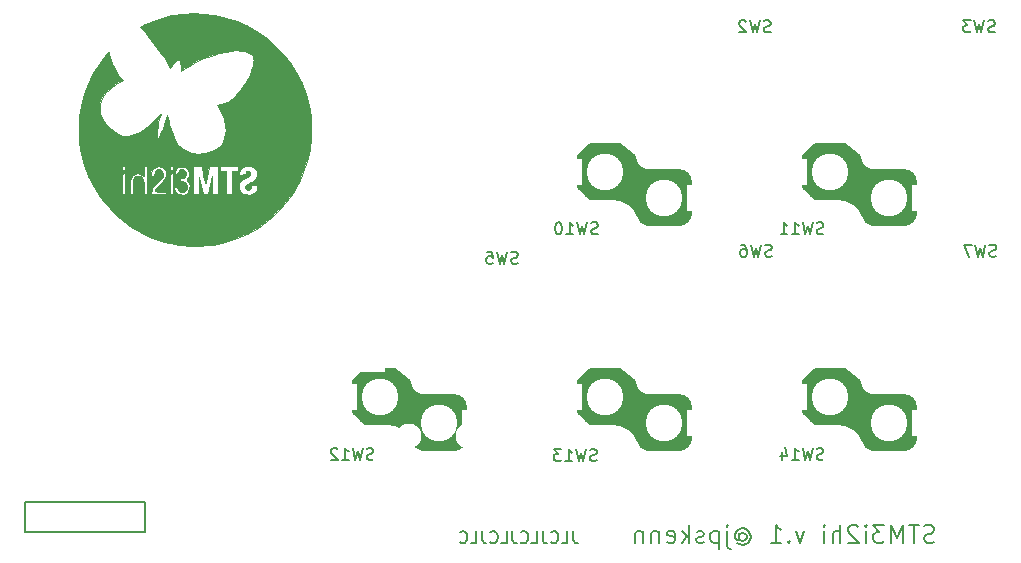
<source format=gbo>
G04 #@! TF.GenerationSoftware,KiCad,Pcbnew,(5.1.6-0-10_14)*
G04 #@! TF.CreationDate,2020-10-25T15:01:43+09:00*
G04 #@! TF.ProjectId,meishi_stm32,6d656973-6869-45f7-9374-6d33322e6b69,rev?*
G04 #@! TF.SameCoordinates,Original*
G04 #@! TF.FileFunction,Legend,Bot*
G04 #@! TF.FilePolarity,Positive*
%FSLAX46Y46*%
G04 Gerber Fmt 4.6, Leading zero omitted, Abs format (unit mm)*
G04 Created by KiCad (PCBNEW (5.1.6-0-10_14)) date 2020-10-25 15:01:43*
%MOMM*%
%LPD*%
G01*
G04 APERTURE LIST*
%ADD10C,0.150000*%
%ADD11C,0.010000*%
%ADD12R,1.802000X1.802000*%
%ADD13O,1.802000X1.802000*%
%ADD14R,2.102000X2.102000*%
%ADD15C,2.102000*%
%ADD16R,2.102000X3.302000*%
%ADD17C,2.302000*%
%ADD18C,0.802000*%
%ADD19O,2.502000X1.002000*%
%ADD20O,1.802000X1.002000*%
%ADD21R,1.902000X1.902000*%
%ADD22C,1.902000*%
%ADD23C,1.499000*%
%ADD24R,2.652000X2.602000*%
%ADD25C,1.852000*%
%ADD26C,3.102000*%
%ADD27C,4.089800*%
%ADD28C,1.302000*%
%ADD29O,2.302000X1.402000*%
%ADD30C,3.502000*%
%ADD31R,1.702000X2.302000*%
%ADD32C,1.102000*%
%ADD33C,1.702000*%
G04 APERTURE END LIST*
D10*
X112178571Y-79107142D02*
X111964285Y-79178571D01*
X111607142Y-79178571D01*
X111464285Y-79107142D01*
X111392857Y-79035714D01*
X111321428Y-78892857D01*
X111321428Y-78750000D01*
X111392857Y-78607142D01*
X111464285Y-78535714D01*
X111607142Y-78464285D01*
X111892857Y-78392857D01*
X112035714Y-78321428D01*
X112107142Y-78250000D01*
X112178571Y-78107142D01*
X112178571Y-77964285D01*
X112107142Y-77821428D01*
X112035714Y-77750000D01*
X111892857Y-77678571D01*
X111535714Y-77678571D01*
X111321428Y-77750000D01*
X110892857Y-77678571D02*
X110035714Y-77678571D01*
X110464285Y-79178571D02*
X110464285Y-77678571D01*
X109535714Y-79178571D02*
X109535714Y-77678571D01*
X109035714Y-78750000D01*
X108535714Y-77678571D01*
X108535714Y-79178571D01*
X107964285Y-77678571D02*
X107035714Y-77678571D01*
X107535714Y-78250000D01*
X107321428Y-78250000D01*
X107178571Y-78321428D01*
X107107142Y-78392857D01*
X107035714Y-78535714D01*
X107035714Y-78892857D01*
X107107142Y-79035714D01*
X107178571Y-79107142D01*
X107321428Y-79178571D01*
X107750000Y-79178571D01*
X107892857Y-79107142D01*
X107964285Y-79035714D01*
X106392857Y-79178571D02*
X106392857Y-78178571D01*
X106392857Y-77678571D02*
X106464285Y-77750000D01*
X106392857Y-77821428D01*
X106321428Y-77750000D01*
X106392857Y-77678571D01*
X106392857Y-77821428D01*
X105750000Y-77821428D02*
X105678571Y-77750000D01*
X105535714Y-77678571D01*
X105178571Y-77678571D01*
X105035714Y-77750000D01*
X104964285Y-77821428D01*
X104892857Y-77964285D01*
X104892857Y-78107142D01*
X104964285Y-78321428D01*
X105821428Y-79178571D01*
X104892857Y-79178571D01*
X104250000Y-79178571D02*
X104250000Y-77678571D01*
X103607142Y-79178571D02*
X103607142Y-78392857D01*
X103678571Y-78250000D01*
X103821428Y-78178571D01*
X104035714Y-78178571D01*
X104178571Y-78250000D01*
X104250000Y-78321428D01*
X102892857Y-79178571D02*
X102892857Y-78178571D01*
X102892857Y-77678571D02*
X102964285Y-77750000D01*
X102892857Y-77821428D01*
X102821428Y-77750000D01*
X102892857Y-77678571D01*
X102892857Y-77821428D01*
X101178571Y-78178571D02*
X100821428Y-79178571D01*
X100464285Y-78178571D01*
X99892857Y-79035714D02*
X99821428Y-79107142D01*
X99892857Y-79178571D01*
X99964285Y-79107142D01*
X99892857Y-79035714D01*
X99892857Y-79178571D01*
X98392857Y-79178571D02*
X99250000Y-79178571D01*
X98821428Y-79178571D02*
X98821428Y-77678571D01*
X98964285Y-77892857D01*
X99107142Y-78035714D01*
X99250000Y-78107142D01*
X95678571Y-78464285D02*
X95750000Y-78392857D01*
X95892857Y-78321428D01*
X96035714Y-78321428D01*
X96178571Y-78392857D01*
X96250000Y-78464285D01*
X96321428Y-78607142D01*
X96321428Y-78750000D01*
X96250000Y-78892857D01*
X96178571Y-78964285D01*
X96035714Y-79035714D01*
X95892857Y-79035714D01*
X95750000Y-78964285D01*
X95678571Y-78892857D01*
X95678571Y-78321428D02*
X95678571Y-78892857D01*
X95607142Y-78964285D01*
X95535714Y-78964285D01*
X95392857Y-78892857D01*
X95321428Y-78750000D01*
X95321428Y-78392857D01*
X95464285Y-78178571D01*
X95678571Y-78035714D01*
X95964285Y-77964285D01*
X96250000Y-78035714D01*
X96464285Y-78178571D01*
X96607142Y-78392857D01*
X96678571Y-78678571D01*
X96607142Y-78964285D01*
X96464285Y-79178571D01*
X96250000Y-79321428D01*
X95964285Y-79392857D01*
X95678571Y-79321428D01*
X95464285Y-79178571D01*
X94678571Y-78178571D02*
X94678571Y-79464285D01*
X94750000Y-79607142D01*
X94892857Y-79678571D01*
X94964285Y-79678571D01*
X94678571Y-77678571D02*
X94750000Y-77750000D01*
X94678571Y-77821428D01*
X94607142Y-77750000D01*
X94678571Y-77678571D01*
X94678571Y-77821428D01*
X93964285Y-78178571D02*
X93964285Y-79678571D01*
X93964285Y-78250000D02*
X93821428Y-78178571D01*
X93535714Y-78178571D01*
X93392857Y-78250000D01*
X93321428Y-78321428D01*
X93250000Y-78464285D01*
X93250000Y-78892857D01*
X93321428Y-79035714D01*
X93392857Y-79107142D01*
X93535714Y-79178571D01*
X93821428Y-79178571D01*
X93964285Y-79107142D01*
X92678571Y-79107142D02*
X92535714Y-79178571D01*
X92250000Y-79178571D01*
X92107142Y-79107142D01*
X92035714Y-78964285D01*
X92035714Y-78892857D01*
X92107142Y-78750000D01*
X92250000Y-78678571D01*
X92464285Y-78678571D01*
X92607142Y-78607142D01*
X92678571Y-78464285D01*
X92678571Y-78392857D01*
X92607142Y-78250000D01*
X92464285Y-78178571D01*
X92250000Y-78178571D01*
X92107142Y-78250000D01*
X91392857Y-79178571D02*
X91392857Y-77678571D01*
X91250000Y-78607142D02*
X90821428Y-79178571D01*
X90821428Y-78178571D02*
X91392857Y-78750000D01*
X89607142Y-79107142D02*
X89750000Y-79178571D01*
X90035714Y-79178571D01*
X90178571Y-79107142D01*
X90250000Y-78964285D01*
X90250000Y-78392857D01*
X90178571Y-78250000D01*
X90035714Y-78178571D01*
X89750000Y-78178571D01*
X89607142Y-78250000D01*
X89535714Y-78392857D01*
X89535714Y-78535714D01*
X90250000Y-78678571D01*
X88892857Y-78178571D02*
X88892857Y-79178571D01*
X88892857Y-78321428D02*
X88821428Y-78250000D01*
X88678571Y-78178571D01*
X88464285Y-78178571D01*
X88321428Y-78250000D01*
X88250000Y-78392857D01*
X88250000Y-79178571D01*
X87535714Y-78178571D02*
X87535714Y-79178571D01*
X87535714Y-78321428D02*
X87464285Y-78250000D01*
X87321428Y-78178571D01*
X87107142Y-78178571D01*
X86964285Y-78250000D01*
X86892857Y-78392857D01*
X86892857Y-79178571D01*
X81619047Y-78202380D02*
X81619047Y-78916666D01*
X81666666Y-79059523D01*
X81761904Y-79154761D01*
X81904761Y-79202380D01*
X82000000Y-79202380D01*
X80666666Y-79202380D02*
X81142857Y-79202380D01*
X81142857Y-78202380D01*
X79761904Y-79107142D02*
X79809523Y-79154761D01*
X79952380Y-79202380D01*
X80047619Y-79202380D01*
X80190476Y-79154761D01*
X80285714Y-79059523D01*
X80333333Y-78964285D01*
X80380952Y-78773809D01*
X80380952Y-78630952D01*
X80333333Y-78440476D01*
X80285714Y-78345238D01*
X80190476Y-78250000D01*
X80047619Y-78202380D01*
X79952380Y-78202380D01*
X79809523Y-78250000D01*
X79761904Y-78297619D01*
X79047619Y-78202380D02*
X79047619Y-78916666D01*
X79095238Y-79059523D01*
X79190476Y-79154761D01*
X79333333Y-79202380D01*
X79428571Y-79202380D01*
X78095238Y-79202380D02*
X78571428Y-79202380D01*
X78571428Y-78202380D01*
X77190476Y-79107142D02*
X77238095Y-79154761D01*
X77380952Y-79202380D01*
X77476190Y-79202380D01*
X77619047Y-79154761D01*
X77714285Y-79059523D01*
X77761904Y-78964285D01*
X77809523Y-78773809D01*
X77809523Y-78630952D01*
X77761904Y-78440476D01*
X77714285Y-78345238D01*
X77619047Y-78250000D01*
X77476190Y-78202380D01*
X77380952Y-78202380D01*
X77238095Y-78250000D01*
X77190476Y-78297619D01*
X76476190Y-78202380D02*
X76476190Y-78916666D01*
X76523809Y-79059523D01*
X76619047Y-79154761D01*
X76761904Y-79202380D01*
X76857142Y-79202380D01*
X75523809Y-79202380D02*
X76000000Y-79202380D01*
X76000000Y-78202380D01*
X74619047Y-79107142D02*
X74666666Y-79154761D01*
X74809523Y-79202380D01*
X74904761Y-79202380D01*
X75047619Y-79154761D01*
X75142857Y-79059523D01*
X75190476Y-78964285D01*
X75238095Y-78773809D01*
X75238095Y-78630952D01*
X75190476Y-78440476D01*
X75142857Y-78345238D01*
X75047619Y-78250000D01*
X74904761Y-78202380D01*
X74809523Y-78202380D01*
X74666666Y-78250000D01*
X74619047Y-78297619D01*
X73904761Y-78202380D02*
X73904761Y-78916666D01*
X73952380Y-79059523D01*
X74047619Y-79154761D01*
X74190476Y-79202380D01*
X74285714Y-79202380D01*
X72952380Y-79202380D02*
X73428571Y-79202380D01*
X73428571Y-78202380D01*
X72047619Y-79107142D02*
X72095238Y-79154761D01*
X72238095Y-79202380D01*
X72333333Y-79202380D01*
X72476190Y-79154761D01*
X72571428Y-79059523D01*
X72619047Y-78964285D01*
X72666666Y-78773809D01*
X72666666Y-78630952D01*
X72619047Y-78440476D01*
X72571428Y-78345238D01*
X72476190Y-78250000D01*
X72333333Y-78202380D01*
X72238095Y-78202380D01*
X72095238Y-78250000D01*
X72047619Y-78297619D01*
X35230000Y-78270000D02*
X35230000Y-75730000D01*
X45390000Y-78270000D02*
X35230000Y-78270000D01*
X45390000Y-75730000D02*
X45390000Y-78270000D01*
X35230000Y-75730000D02*
X45390000Y-75730000D01*
X91447250Y-51703310D02*
X91447250Y-48153310D01*
X91347250Y-51853310D02*
X91347250Y-48103310D01*
X91247250Y-51953310D02*
X91247250Y-48003310D01*
X91147250Y-52053310D02*
X91147250Y-47853310D01*
X90997250Y-52153310D02*
X90997250Y-47753310D01*
X90847250Y-52203310D02*
X90847250Y-47703310D01*
X90697250Y-52253310D02*
X90697250Y-47703310D01*
X90547250Y-52253310D02*
X90547250Y-47653310D01*
X90397250Y-52253310D02*
X90397250Y-47653310D01*
X90247250Y-52253310D02*
X90247250Y-47653310D01*
X90097250Y-52253310D02*
X90097250Y-47653310D01*
X89947250Y-52253310D02*
X89947250Y-47653310D01*
X89797250Y-52253310D02*
X89797250Y-47653310D01*
X89647250Y-52253310D02*
X89647250Y-47653310D01*
X89497250Y-52253310D02*
X89497250Y-47653310D01*
X89347250Y-52253310D02*
X89347250Y-47653310D01*
X89197250Y-52253310D02*
X89197250Y-47653310D01*
X89047250Y-52253310D02*
X89047250Y-47653310D01*
X88897250Y-52253310D02*
X88897250Y-47653310D01*
X88747250Y-52253310D02*
X88747250Y-47653310D01*
X88597250Y-52253310D02*
X88597250Y-47653310D01*
X88447250Y-52253310D02*
X88447250Y-47653310D01*
X88297250Y-52253310D02*
X88297250Y-47653310D01*
X88147250Y-52253310D02*
X88147250Y-47703310D01*
X87997250Y-52253310D02*
X87997250Y-47653310D01*
X87847250Y-52253310D02*
X87847250Y-47653310D01*
X87697250Y-52203310D02*
X87697250Y-47653310D01*
X87547250Y-52103310D02*
X87547250Y-47553310D01*
X87397250Y-52003310D02*
X87397250Y-47503310D01*
X87297250Y-51853310D02*
X87297250Y-47453310D01*
X87197250Y-51603310D02*
X87197250Y-47403310D01*
X87097250Y-51453310D02*
X87097250Y-47303310D01*
X86997250Y-51253310D02*
X86997250Y-47103310D01*
X86897250Y-51103310D02*
X86897250Y-46953310D01*
X86797250Y-50903310D02*
X86797250Y-46453310D01*
X86647250Y-50753310D02*
X86647250Y-46303310D01*
X86497250Y-50603310D02*
X86497250Y-46203310D01*
X86347250Y-50503310D02*
X86347250Y-46103310D01*
X86197250Y-50403310D02*
X86197250Y-45953310D01*
X86047250Y-50303310D02*
X86047250Y-45853310D01*
X85897250Y-50253310D02*
X85897250Y-45703310D01*
X85747250Y-50153310D02*
X85747250Y-45603310D01*
X85597250Y-50103310D02*
X85597250Y-45503310D01*
X85447250Y-50103310D02*
X85447250Y-45453310D01*
X85297250Y-50103310D02*
X85297250Y-45453310D01*
X85147250Y-50053310D02*
X85147250Y-45503310D01*
X84997250Y-50053310D02*
X84997250Y-45453310D01*
X84847250Y-50053310D02*
X84847250Y-45453310D01*
X84697250Y-50053310D02*
X84697250Y-45453310D01*
X84547250Y-50053310D02*
X84547250Y-45453310D01*
X84397250Y-50053310D02*
X84397250Y-45453310D01*
X84247250Y-50053310D02*
X84247250Y-45453310D01*
X84097250Y-50053310D02*
X84097250Y-45453310D01*
X83947250Y-50053310D02*
X83947250Y-45453310D01*
X83797250Y-50053310D02*
X83797250Y-45453310D01*
X83647250Y-50053310D02*
X83647250Y-45453310D01*
X83497250Y-50053310D02*
X83497250Y-45453310D01*
X83347250Y-50053310D02*
X83347250Y-45453310D01*
X83197250Y-50053310D02*
X83197250Y-45453310D01*
X83047250Y-50053310D02*
X83047250Y-45453310D01*
X82897250Y-49903310D02*
X82897250Y-45553310D01*
X82747250Y-49803310D02*
X82747250Y-45703310D01*
X82597250Y-49653310D02*
X82597250Y-45853310D01*
X82447250Y-49503310D02*
X82447250Y-46003310D01*
X82297250Y-49303310D02*
X82297250Y-46153310D01*
X82147250Y-49203310D02*
X82147250Y-46303310D01*
X85572250Y-45428310D02*
X86847250Y-46453310D01*
X81997250Y-46453310D02*
X83022250Y-45428310D01*
X81997250Y-49053310D02*
X83022250Y-50078310D01*
X81997250Y-46453310D02*
X81997250Y-49053310D01*
X91597250Y-48628310D02*
X91597250Y-51278310D01*
X84997250Y-50078310D02*
X83022250Y-50078310D01*
X85572250Y-45428310D02*
X83022250Y-45428310D01*
X90597250Y-47628310D02*
X88022250Y-47628310D01*
X90597250Y-52278310D02*
X87997250Y-52278310D01*
X86847250Y-46453310D02*
G75*
G03*
X88022250Y-47628310I1175000J0D01*
G01*
X87135051Y-51575214D02*
G75*
G03*
X84997250Y-50078310I-2137801J-778096D01*
G01*
X91597250Y-48628310D02*
G75*
G03*
X90597250Y-47628310I-1000000J0D01*
G01*
X91597250Y-51278310D02*
G75*
G02*
X90597250Y-52278310I-1000000J0D01*
G01*
X87996255Y-52277101D02*
G75*
G02*
X87135051Y-51575214I38796J926887D01*
G01*
X109647330Y-52278310D02*
X107047330Y-52278310D01*
X109647330Y-47628310D02*
X107072330Y-47628310D01*
X104622330Y-45428310D02*
X102072330Y-45428310D01*
X104047330Y-50078310D02*
X102072330Y-50078310D01*
X110647330Y-48628310D02*
X110647330Y-51278310D01*
X101047330Y-46453310D02*
X101047330Y-49053310D01*
X101047330Y-49053310D02*
X102072330Y-50078310D01*
X101047330Y-46453310D02*
X102072330Y-45428310D01*
X104622330Y-45428310D02*
X105897330Y-46453310D01*
X101197330Y-49203310D02*
X101197330Y-46303310D01*
X101347330Y-49303310D02*
X101347330Y-46153310D01*
X101497330Y-49503310D02*
X101497330Y-46003310D01*
X101647330Y-49653310D02*
X101647330Y-45853310D01*
X101797330Y-49803310D02*
X101797330Y-45703310D01*
X101947330Y-49903310D02*
X101947330Y-45553310D01*
X102097330Y-50053310D02*
X102097330Y-45453310D01*
X102247330Y-50053310D02*
X102247330Y-45453310D01*
X102397330Y-50053310D02*
X102397330Y-45453310D01*
X102547330Y-50053310D02*
X102547330Y-45453310D01*
X102697330Y-50053310D02*
X102697330Y-45453310D01*
X102847330Y-50053310D02*
X102847330Y-45453310D01*
X102997330Y-50053310D02*
X102997330Y-45453310D01*
X103147330Y-50053310D02*
X103147330Y-45453310D01*
X103297330Y-50053310D02*
X103297330Y-45453310D01*
X103447330Y-50053310D02*
X103447330Y-45453310D01*
X103597330Y-50053310D02*
X103597330Y-45453310D01*
X103747330Y-50053310D02*
X103747330Y-45453310D01*
X103897330Y-50053310D02*
X103897330Y-45453310D01*
X104047330Y-50053310D02*
X104047330Y-45453310D01*
X104197330Y-50053310D02*
X104197330Y-45503310D01*
X104347330Y-50103310D02*
X104347330Y-45453310D01*
X104497330Y-50103310D02*
X104497330Y-45453310D01*
X104647330Y-50103310D02*
X104647330Y-45503310D01*
X104797330Y-50153310D02*
X104797330Y-45603310D01*
X104947330Y-50253310D02*
X104947330Y-45703310D01*
X105097330Y-50303310D02*
X105097330Y-45853310D01*
X105247330Y-50403310D02*
X105247330Y-45953310D01*
X105397330Y-50503310D02*
X105397330Y-46103310D01*
X105547330Y-50603310D02*
X105547330Y-46203310D01*
X105697330Y-50753310D02*
X105697330Y-46303310D01*
X105847330Y-50903310D02*
X105847330Y-46453310D01*
X105947330Y-51103310D02*
X105947330Y-46953310D01*
X106047330Y-51253310D02*
X106047330Y-47103310D01*
X106147330Y-51453310D02*
X106147330Y-47303310D01*
X106247330Y-51603310D02*
X106247330Y-47403310D01*
X106347330Y-51853310D02*
X106347330Y-47453310D01*
X106447330Y-52003310D02*
X106447330Y-47503310D01*
X106597330Y-52103310D02*
X106597330Y-47553310D01*
X106747330Y-52203310D02*
X106747330Y-47653310D01*
X106897330Y-52253310D02*
X106897330Y-47653310D01*
X107047330Y-52253310D02*
X107047330Y-47653310D01*
X107197330Y-52253310D02*
X107197330Y-47703310D01*
X107347330Y-52253310D02*
X107347330Y-47653310D01*
X107497330Y-52253310D02*
X107497330Y-47653310D01*
X107647330Y-52253310D02*
X107647330Y-47653310D01*
X107797330Y-52253310D02*
X107797330Y-47653310D01*
X107947330Y-52253310D02*
X107947330Y-47653310D01*
X108097330Y-52253310D02*
X108097330Y-47653310D01*
X108247330Y-52253310D02*
X108247330Y-47653310D01*
X108397330Y-52253310D02*
X108397330Y-47653310D01*
X108547330Y-52253310D02*
X108547330Y-47653310D01*
X108697330Y-52253310D02*
X108697330Y-47653310D01*
X108847330Y-52253310D02*
X108847330Y-47653310D01*
X108997330Y-52253310D02*
X108997330Y-47653310D01*
X109147330Y-52253310D02*
X109147330Y-47653310D01*
X109297330Y-52253310D02*
X109297330Y-47653310D01*
X109447330Y-52253310D02*
X109447330Y-47653310D01*
X109597330Y-52253310D02*
X109597330Y-47653310D01*
X109747330Y-52253310D02*
X109747330Y-47703310D01*
X109897330Y-52203310D02*
X109897330Y-47703310D01*
X110047330Y-52153310D02*
X110047330Y-47753310D01*
X110197330Y-52053310D02*
X110197330Y-47853310D01*
X110297330Y-51953310D02*
X110297330Y-48003310D01*
X110397330Y-51853310D02*
X110397330Y-48103310D01*
X110497330Y-51703310D02*
X110497330Y-48153310D01*
X107046335Y-52277101D02*
G75*
G02*
X106185131Y-51575214I38796J926887D01*
G01*
X110647330Y-51278310D02*
G75*
G02*
X109647330Y-52278310I-1000000J0D01*
G01*
X110647330Y-48628310D02*
G75*
G03*
X109647330Y-47628310I-1000000J0D01*
G01*
X106185131Y-51575214D02*
G75*
G03*
X104047330Y-50078310I-2137801J-778096D01*
G01*
X105897330Y-46453310D02*
G75*
G03*
X107072330Y-47628310I1175000J0D01*
G01*
X71547170Y-71328390D02*
X68947170Y-71328390D01*
X71547170Y-66678390D02*
X68972170Y-66678390D01*
X66522170Y-64478390D02*
X63972170Y-64478390D01*
X65947170Y-69128390D02*
X63972170Y-69128390D01*
X72547170Y-67678390D02*
X72547170Y-70328390D01*
X62947170Y-65503390D02*
X62947170Y-68103390D01*
X62947170Y-68103390D02*
X63972170Y-69128390D01*
X62947170Y-65503390D02*
X63972170Y-64478390D01*
X66522170Y-64478390D02*
X67797170Y-65503390D01*
X63097170Y-68253390D02*
X63097170Y-65353390D01*
X63247170Y-68353390D02*
X63247170Y-65203390D01*
X63397170Y-68553390D02*
X63397170Y-65053390D01*
X63547170Y-68703390D02*
X63547170Y-64903390D01*
X63697170Y-68853390D02*
X63697170Y-64753390D01*
X63847170Y-68953390D02*
X63847170Y-64603390D01*
X63997170Y-69103390D02*
X63997170Y-64503390D01*
X64147170Y-69103390D02*
X64147170Y-64503390D01*
X64297170Y-69103390D02*
X64297170Y-64503390D01*
X64447170Y-69103390D02*
X64447170Y-64503390D01*
X64597170Y-69103390D02*
X64597170Y-64503390D01*
X64747170Y-69103390D02*
X64747170Y-64503390D01*
X64897170Y-69103390D02*
X64897170Y-64503390D01*
X65047170Y-69103390D02*
X65047170Y-64503390D01*
X65197170Y-69103390D02*
X65197170Y-64503390D01*
X65347170Y-69103390D02*
X65347170Y-64503390D01*
X65497170Y-69103390D02*
X65497170Y-64503390D01*
X65647170Y-69103390D02*
X65647170Y-64503390D01*
X65797170Y-69103390D02*
X65797170Y-64503390D01*
X65947170Y-69103390D02*
X65947170Y-64503390D01*
X66097170Y-69103390D02*
X66097170Y-64553390D01*
X66247170Y-69153390D02*
X66247170Y-64503390D01*
X66397170Y-69153390D02*
X66397170Y-64503390D01*
X66547170Y-69153390D02*
X66547170Y-64553390D01*
X66697170Y-69203390D02*
X66697170Y-64653390D01*
X66847170Y-69303390D02*
X66847170Y-64753390D01*
X66997170Y-69353390D02*
X66997170Y-64903390D01*
X67147170Y-69453390D02*
X67147170Y-65003390D01*
X67297170Y-69553390D02*
X67297170Y-65153390D01*
X67447170Y-69653390D02*
X67447170Y-65253390D01*
X67597170Y-69803390D02*
X67597170Y-65353390D01*
X67747170Y-69953390D02*
X67747170Y-65503390D01*
X67847170Y-70153390D02*
X67847170Y-66003390D01*
X67947170Y-70303390D02*
X67947170Y-66153390D01*
X68047170Y-70503390D02*
X68047170Y-66353390D01*
X68147170Y-70653390D02*
X68147170Y-66453390D01*
X68247170Y-70903390D02*
X68247170Y-66503390D01*
X68347170Y-71053390D02*
X68347170Y-66553390D01*
X68497170Y-71153390D02*
X68497170Y-66603390D01*
X68647170Y-71253390D02*
X68647170Y-66703390D01*
X68797170Y-71303390D02*
X68797170Y-66703390D01*
X68947170Y-71303390D02*
X68947170Y-66703390D01*
X69097170Y-71303390D02*
X69097170Y-66753390D01*
X69247170Y-71303390D02*
X69247170Y-66703390D01*
X69397170Y-71303390D02*
X69397170Y-66703390D01*
X69547170Y-71303390D02*
X69547170Y-66703390D01*
X69697170Y-71303390D02*
X69697170Y-66703390D01*
X69847170Y-71303390D02*
X69847170Y-66703390D01*
X69997170Y-71303390D02*
X69997170Y-66703390D01*
X70147170Y-71303390D02*
X70147170Y-66703390D01*
X70297170Y-71303390D02*
X70297170Y-66703390D01*
X70447170Y-71303390D02*
X70447170Y-66703390D01*
X70597170Y-71303390D02*
X70597170Y-66703390D01*
X70747170Y-71303390D02*
X70747170Y-66703390D01*
X70897170Y-71303390D02*
X70897170Y-66703390D01*
X71047170Y-71303390D02*
X71047170Y-66703390D01*
X71197170Y-71303390D02*
X71197170Y-66703390D01*
X71347170Y-71303390D02*
X71347170Y-66703390D01*
X71497170Y-71303390D02*
X71497170Y-66703390D01*
X71647170Y-71303390D02*
X71647170Y-66753390D01*
X71797170Y-71253390D02*
X71797170Y-66753390D01*
X71947170Y-71203390D02*
X71947170Y-66803390D01*
X72097170Y-71103390D02*
X72097170Y-66903390D01*
X72197170Y-71003390D02*
X72197170Y-67053390D01*
X72297170Y-70903390D02*
X72297170Y-67153390D01*
X72397170Y-70753390D02*
X72397170Y-67203390D01*
X68946175Y-71327181D02*
G75*
G02*
X68084971Y-70625294I38796J926887D01*
G01*
X72547170Y-70328390D02*
G75*
G02*
X71547170Y-71328390I-1000000J0D01*
G01*
X72547170Y-67678390D02*
G75*
G03*
X71547170Y-66678390I-1000000J0D01*
G01*
X68084971Y-70625294D02*
G75*
G03*
X65947170Y-69128390I-2137801J-778096D01*
G01*
X67797170Y-65503390D02*
G75*
G03*
X68972170Y-66678390I1175000J0D01*
G01*
X90597250Y-71328390D02*
X87997250Y-71328390D01*
X90597250Y-66678390D02*
X88022250Y-66678390D01*
X85572250Y-64478390D02*
X83022250Y-64478390D01*
X84997250Y-69128390D02*
X83022250Y-69128390D01*
X91597250Y-67678390D02*
X91597250Y-70328390D01*
X81997250Y-65503390D02*
X81997250Y-68103390D01*
X81997250Y-68103390D02*
X83022250Y-69128390D01*
X81997250Y-65503390D02*
X83022250Y-64478390D01*
X85572250Y-64478390D02*
X86847250Y-65503390D01*
X82147250Y-68253390D02*
X82147250Y-65353390D01*
X82297250Y-68353390D02*
X82297250Y-65203390D01*
X82447250Y-68553390D02*
X82447250Y-65053390D01*
X82597250Y-68703390D02*
X82597250Y-64903390D01*
X82747250Y-68853390D02*
X82747250Y-64753390D01*
X82897250Y-68953390D02*
X82897250Y-64603390D01*
X83047250Y-69103390D02*
X83047250Y-64503390D01*
X83197250Y-69103390D02*
X83197250Y-64503390D01*
X83347250Y-69103390D02*
X83347250Y-64503390D01*
X83497250Y-69103390D02*
X83497250Y-64503390D01*
X83647250Y-69103390D02*
X83647250Y-64503390D01*
X83797250Y-69103390D02*
X83797250Y-64503390D01*
X83947250Y-69103390D02*
X83947250Y-64503390D01*
X84097250Y-69103390D02*
X84097250Y-64503390D01*
X84247250Y-69103390D02*
X84247250Y-64503390D01*
X84397250Y-69103390D02*
X84397250Y-64503390D01*
X84547250Y-69103390D02*
X84547250Y-64503390D01*
X84697250Y-69103390D02*
X84697250Y-64503390D01*
X84847250Y-69103390D02*
X84847250Y-64503390D01*
X84997250Y-69103390D02*
X84997250Y-64503390D01*
X85147250Y-69103390D02*
X85147250Y-64553390D01*
X85297250Y-69153390D02*
X85297250Y-64503390D01*
X85447250Y-69153390D02*
X85447250Y-64503390D01*
X85597250Y-69153390D02*
X85597250Y-64553390D01*
X85747250Y-69203390D02*
X85747250Y-64653390D01*
X85897250Y-69303390D02*
X85897250Y-64753390D01*
X86047250Y-69353390D02*
X86047250Y-64903390D01*
X86197250Y-69453390D02*
X86197250Y-65003390D01*
X86347250Y-69553390D02*
X86347250Y-65153390D01*
X86497250Y-69653390D02*
X86497250Y-65253390D01*
X86647250Y-69803390D02*
X86647250Y-65353390D01*
X86797250Y-69953390D02*
X86797250Y-65503390D01*
X86897250Y-70153390D02*
X86897250Y-66003390D01*
X86997250Y-70303390D02*
X86997250Y-66153390D01*
X87097250Y-70503390D02*
X87097250Y-66353390D01*
X87197250Y-70653390D02*
X87197250Y-66453390D01*
X87297250Y-70903390D02*
X87297250Y-66503390D01*
X87397250Y-71053390D02*
X87397250Y-66553390D01*
X87547250Y-71153390D02*
X87547250Y-66603390D01*
X87697250Y-71253390D02*
X87697250Y-66703390D01*
X87847250Y-71303390D02*
X87847250Y-66703390D01*
X87997250Y-71303390D02*
X87997250Y-66703390D01*
X88147250Y-71303390D02*
X88147250Y-66753390D01*
X88297250Y-71303390D02*
X88297250Y-66703390D01*
X88447250Y-71303390D02*
X88447250Y-66703390D01*
X88597250Y-71303390D02*
X88597250Y-66703390D01*
X88747250Y-71303390D02*
X88747250Y-66703390D01*
X88897250Y-71303390D02*
X88897250Y-66703390D01*
X89047250Y-71303390D02*
X89047250Y-66703390D01*
X89197250Y-71303390D02*
X89197250Y-66703390D01*
X89347250Y-71303390D02*
X89347250Y-66703390D01*
X89497250Y-71303390D02*
X89497250Y-66703390D01*
X89647250Y-71303390D02*
X89647250Y-66703390D01*
X89797250Y-71303390D02*
X89797250Y-66703390D01*
X89947250Y-71303390D02*
X89947250Y-66703390D01*
X90097250Y-71303390D02*
X90097250Y-66703390D01*
X90247250Y-71303390D02*
X90247250Y-66703390D01*
X90397250Y-71303390D02*
X90397250Y-66703390D01*
X90547250Y-71303390D02*
X90547250Y-66703390D01*
X90697250Y-71303390D02*
X90697250Y-66753390D01*
X90847250Y-71253390D02*
X90847250Y-66753390D01*
X90997250Y-71203390D02*
X90997250Y-66803390D01*
X91147250Y-71103390D02*
X91147250Y-66903390D01*
X91247250Y-71003390D02*
X91247250Y-67053390D01*
X91347250Y-70903390D02*
X91347250Y-67153390D01*
X91447250Y-70753390D02*
X91447250Y-67203390D01*
X87996255Y-71327181D02*
G75*
G02*
X87135051Y-70625294I38796J926887D01*
G01*
X91597250Y-70328390D02*
G75*
G02*
X90597250Y-71328390I-1000000J0D01*
G01*
X91597250Y-67678390D02*
G75*
G03*
X90597250Y-66678390I-1000000J0D01*
G01*
X87135051Y-70625294D02*
G75*
G03*
X84997250Y-69128390I-2137801J-778096D01*
G01*
X86847250Y-65503390D02*
G75*
G03*
X88022250Y-66678390I1175000J0D01*
G01*
X110497330Y-70753390D02*
X110497330Y-67203390D01*
X110397330Y-70903390D02*
X110397330Y-67153390D01*
X110297330Y-71003390D02*
X110297330Y-67053390D01*
X110197330Y-71103390D02*
X110197330Y-66903390D01*
X110047330Y-71203390D02*
X110047330Y-66803390D01*
X109897330Y-71253390D02*
X109897330Y-66753390D01*
X109747330Y-71303390D02*
X109747330Y-66753390D01*
X109597330Y-71303390D02*
X109597330Y-66703390D01*
X109447330Y-71303390D02*
X109447330Y-66703390D01*
X109297330Y-71303390D02*
X109297330Y-66703390D01*
X109147330Y-71303390D02*
X109147330Y-66703390D01*
X108997330Y-71303390D02*
X108997330Y-66703390D01*
X108847330Y-71303390D02*
X108847330Y-66703390D01*
X108697330Y-71303390D02*
X108697330Y-66703390D01*
X108547330Y-71303390D02*
X108547330Y-66703390D01*
X108397330Y-71303390D02*
X108397330Y-66703390D01*
X108247330Y-71303390D02*
X108247330Y-66703390D01*
X108097330Y-71303390D02*
X108097330Y-66703390D01*
X107947330Y-71303390D02*
X107947330Y-66703390D01*
X107797330Y-71303390D02*
X107797330Y-66703390D01*
X107647330Y-71303390D02*
X107647330Y-66703390D01*
X107497330Y-71303390D02*
X107497330Y-66703390D01*
X107347330Y-71303390D02*
X107347330Y-66703390D01*
X107197330Y-71303390D02*
X107197330Y-66753390D01*
X107047330Y-71303390D02*
X107047330Y-66703390D01*
X106897330Y-71303390D02*
X106897330Y-66703390D01*
X106747330Y-71253390D02*
X106747330Y-66703390D01*
X106597330Y-71153390D02*
X106597330Y-66603390D01*
X106447330Y-71053390D02*
X106447330Y-66553390D01*
X106347330Y-70903390D02*
X106347330Y-66503390D01*
X106247330Y-70653390D02*
X106247330Y-66453390D01*
X106147330Y-70503390D02*
X106147330Y-66353390D01*
X106047330Y-70303390D02*
X106047330Y-66153390D01*
X105947330Y-70153390D02*
X105947330Y-66003390D01*
X105847330Y-69953390D02*
X105847330Y-65503390D01*
X105697330Y-69803390D02*
X105697330Y-65353390D01*
X105547330Y-69653390D02*
X105547330Y-65253390D01*
X105397330Y-69553390D02*
X105397330Y-65153390D01*
X105247330Y-69453390D02*
X105247330Y-65003390D01*
X105097330Y-69353390D02*
X105097330Y-64903390D01*
X104947330Y-69303390D02*
X104947330Y-64753390D01*
X104797330Y-69203390D02*
X104797330Y-64653390D01*
X104647330Y-69153390D02*
X104647330Y-64553390D01*
X104497330Y-69153390D02*
X104497330Y-64503390D01*
X104347330Y-69153390D02*
X104347330Y-64503390D01*
X104197330Y-69103390D02*
X104197330Y-64553390D01*
X104047330Y-69103390D02*
X104047330Y-64503390D01*
X103897330Y-69103390D02*
X103897330Y-64503390D01*
X103747330Y-69103390D02*
X103747330Y-64503390D01*
X103597330Y-69103390D02*
X103597330Y-64503390D01*
X103447330Y-69103390D02*
X103447330Y-64503390D01*
X103297330Y-69103390D02*
X103297330Y-64503390D01*
X103147330Y-69103390D02*
X103147330Y-64503390D01*
X102997330Y-69103390D02*
X102997330Y-64503390D01*
X102847330Y-69103390D02*
X102847330Y-64503390D01*
X102697330Y-69103390D02*
X102697330Y-64503390D01*
X102547330Y-69103390D02*
X102547330Y-64503390D01*
X102397330Y-69103390D02*
X102397330Y-64503390D01*
X102247330Y-69103390D02*
X102247330Y-64503390D01*
X102097330Y-69103390D02*
X102097330Y-64503390D01*
X101947330Y-68953390D02*
X101947330Y-64603390D01*
X101797330Y-68853390D02*
X101797330Y-64753390D01*
X101647330Y-68703390D02*
X101647330Y-64903390D01*
X101497330Y-68553390D02*
X101497330Y-65053390D01*
X101347330Y-68353390D02*
X101347330Y-65203390D01*
X101197330Y-68253390D02*
X101197330Y-65353390D01*
X104622330Y-64478390D02*
X105897330Y-65503390D01*
X101047330Y-65503390D02*
X102072330Y-64478390D01*
X101047330Y-68103390D02*
X102072330Y-69128390D01*
X101047330Y-65503390D02*
X101047330Y-68103390D01*
X110647330Y-67678390D02*
X110647330Y-70328390D01*
X104047330Y-69128390D02*
X102072330Y-69128390D01*
X104622330Y-64478390D02*
X102072330Y-64478390D01*
X109647330Y-66678390D02*
X107072330Y-66678390D01*
X109647330Y-71328390D02*
X107047330Y-71328390D01*
X105897330Y-65503390D02*
G75*
G03*
X107072330Y-66678390I1175000J0D01*
G01*
X106185131Y-70625294D02*
G75*
G03*
X104047330Y-69128390I-2137801J-778096D01*
G01*
X110647330Y-67678390D02*
G75*
G03*
X109647330Y-66678390I-1000000J0D01*
G01*
X110647330Y-70328390D02*
G75*
G02*
X109647330Y-71328390I-1000000J0D01*
G01*
X107046335Y-71327181D02*
G75*
G02*
X106185131Y-70625294I38796J926887D01*
G01*
D11*
G36*
X48617825Y-34403033D02*
G01*
X47685609Y-34532151D01*
X46785999Y-34752012D01*
X45901645Y-35066435D01*
X45413897Y-35281797D01*
X44944215Y-35503223D01*
X45179451Y-35747506D01*
X45358428Y-35945113D01*
X45572097Y-36200001D01*
X45810557Y-36498534D01*
X46063909Y-36827077D01*
X46322251Y-37171992D01*
X46575684Y-37519645D01*
X46814308Y-37856398D01*
X47028222Y-38168616D01*
X47207526Y-38442663D01*
X47342320Y-38664901D01*
X47422704Y-38821696D01*
X47434676Y-38853766D01*
X47489745Y-38947187D01*
X47551530Y-38936358D01*
X47594828Y-38852343D01*
X47679624Y-38694403D01*
X47821725Y-38525021D01*
X47984847Y-38384510D01*
X48054040Y-38342161D01*
X48163930Y-38294748D01*
X48230837Y-38313919D01*
X48299640Y-38405474D01*
X48358975Y-38549805D01*
X48401613Y-38758131D01*
X48414128Y-38882859D01*
X48435474Y-39218092D01*
X48787514Y-38977077D01*
X49244383Y-38697840D01*
X49781307Y-38425326D01*
X50371445Y-38169567D01*
X50987956Y-37940592D01*
X51603999Y-37748430D01*
X52192733Y-37603112D01*
X52688850Y-37519210D01*
X53100958Y-37491997D01*
X53489073Y-37510241D01*
X53837618Y-37569964D01*
X54131019Y-37667190D01*
X54353700Y-37797940D01*
X54490087Y-37958237D01*
X54501056Y-37981967D01*
X54551730Y-38138320D01*
X54568095Y-38303160D01*
X54549124Y-38504035D01*
X54493789Y-38768492D01*
X54467831Y-38872621D01*
X54243063Y-39539446D01*
X53918462Y-40181686D01*
X53500221Y-40788747D01*
X53053283Y-41291834D01*
X52706908Y-41609025D01*
X52386363Y-41834970D01*
X52077841Y-41977756D01*
X51767537Y-42045469D01*
X51766256Y-42045602D01*
X51487407Y-42074381D01*
X51666605Y-42371969D01*
X51902124Y-42837225D01*
X52073052Y-43332743D01*
X52173320Y-43832325D01*
X52196862Y-44309771D01*
X52173697Y-44561489D01*
X52060822Y-45012241D01*
X51870098Y-45390699D01*
X51600582Y-45697722D01*
X51251326Y-45934167D01*
X50821387Y-46100894D01*
X50380589Y-46189954D01*
X49835454Y-46221349D01*
X49339264Y-46164439D01*
X48897184Y-46020527D01*
X48514379Y-45790915D01*
X48393304Y-45688660D01*
X48185163Y-45473272D01*
X48006033Y-45230961D01*
X47848123Y-44945630D01*
X47703645Y-44601180D01*
X47564811Y-44181513D01*
X47431810Y-43701425D01*
X47364326Y-43445305D01*
X47305227Y-43228988D01*
X47260081Y-43072275D01*
X47234454Y-42994970D01*
X47231952Y-42990549D01*
X47210486Y-43026302D01*
X47176074Y-43140526D01*
X47143258Y-43277250D01*
X47077587Y-43526126D01*
X46983250Y-43819877D01*
X46871804Y-44127923D01*
X46754803Y-44419688D01*
X46643803Y-44664594D01*
X46562918Y-44812901D01*
X46426367Y-45028842D01*
X46380221Y-44868421D01*
X46362851Y-44715397D01*
X46369364Y-44484563D01*
X46396596Y-44201579D01*
X46441384Y-43892104D01*
X46500563Y-43581799D01*
X46570969Y-43296325D01*
X46576392Y-43277398D01*
X46696754Y-42861842D01*
X46156482Y-43386337D01*
X45804062Y-43719523D01*
X45501668Y-43983763D01*
X45231385Y-44192709D01*
X44975301Y-44360011D01*
X44715502Y-44499320D01*
X44663396Y-44524147D01*
X44259908Y-44666902D01*
X43847681Y-44728468D01*
X43456524Y-44705155D01*
X43363252Y-44685063D01*
X43044756Y-44560130D01*
X42713604Y-44351202D01*
X42389472Y-44076229D01*
X42092035Y-43753159D01*
X41840969Y-43399941D01*
X41725863Y-43191409D01*
X41640356Y-43007123D01*
X41588647Y-42854910D01*
X41562514Y-42694979D01*
X41553732Y-42487540D01*
X41553273Y-42356282D01*
X41571040Y-42019715D01*
X41631390Y-41741016D01*
X41747379Y-41488589D01*
X41932065Y-41230839D01*
X42094823Y-41045816D01*
X42319836Y-40829947D01*
X42604764Y-40595707D01*
X42912956Y-40370687D01*
X43207761Y-40182477D01*
X43333191Y-40113599D01*
X43509961Y-40023224D01*
X43348228Y-39839020D01*
X43128036Y-39552205D01*
X42909090Y-39203015D01*
X42717143Y-38833177D01*
X42688527Y-38770074D01*
X42588824Y-38528204D01*
X42494047Y-38268956D01*
X42413137Y-38020120D01*
X42355033Y-37809486D01*
X42328678Y-37664844D01*
X42328003Y-37649474D01*
X42318864Y-37591335D01*
X42281400Y-37604515D01*
X42198091Y-37695912D01*
X42192164Y-37702947D01*
X41539589Y-38549859D01*
X40991366Y-39415770D01*
X40545934Y-40304855D01*
X40201730Y-41221289D01*
X39957192Y-42169245D01*
X39810758Y-43152899D01*
X39760866Y-44176425D01*
X39760842Y-44200000D01*
X39811613Y-45241626D01*
X39963357Y-46248499D01*
X40215223Y-47218561D01*
X40566356Y-48149757D01*
X41015903Y-49040030D01*
X41563014Y-49887325D01*
X42206833Y-50689585D01*
X42645359Y-51154641D01*
X43412939Y-51852294D01*
X44224580Y-52453203D01*
X45083152Y-52958819D01*
X45991528Y-53370593D01*
X46952579Y-53689975D01*
X47969178Y-53918416D01*
X48189328Y-53954867D01*
X48584326Y-53999882D01*
X49051874Y-54026736D01*
X49559173Y-54035667D01*
X50073422Y-54026914D01*
X50561822Y-54000716D01*
X50991570Y-53957310D01*
X51150737Y-53933317D01*
X52173205Y-53710126D01*
X53136275Y-53398815D01*
X54044236Y-52997175D01*
X54901379Y-52503003D01*
X55711995Y-51914091D01*
X56480373Y-51228233D01*
X56554641Y-51154641D01*
X57256865Y-50380779D01*
X57862898Y-49560630D01*
X58248564Y-48905684D01*
X54907563Y-48905684D01*
X54871290Y-49132947D01*
X54829761Y-49306682D01*
X54772109Y-49453418D01*
X54757230Y-49479070D01*
X54624252Y-49594018D01*
X54418065Y-49669621D01*
X54166725Y-49700919D01*
X53898291Y-49682954D01*
X53766976Y-49654099D01*
X53534351Y-49542967D01*
X53380937Y-49360276D01*
X53305890Y-49104976D01*
X53302787Y-49076706D01*
X53300760Y-48845597D01*
X53354072Y-48663716D01*
X53476249Y-48511842D01*
X53680815Y-48370757D01*
X53867529Y-48274217D01*
X54067110Y-48176178D01*
X54188832Y-48105083D01*
X54251902Y-48042979D01*
X54275529Y-47971914D01*
X54278947Y-47889684D01*
X54269092Y-47762656D01*
X54219142Y-47706396D01*
X54104508Y-47685722D01*
X53981759Y-47685650D01*
X53923733Y-47736677D01*
X53897298Y-47832774D01*
X53870550Y-47930167D01*
X53820544Y-47978545D01*
X53716077Y-47994984D01*
X53597891Y-47996632D01*
X53331256Y-47996632D01*
X53367602Y-47802891D01*
X53430337Y-47584729D01*
X53534837Y-47440764D01*
X53705068Y-47339739D01*
X53730870Y-47329090D01*
X53838112Y-47301474D01*
X53236210Y-47301474D01*
X53236210Y-47729263D01*
X52701474Y-47729263D01*
X52701474Y-49654316D01*
X52220210Y-49654316D01*
X52220210Y-47729263D01*
X51685474Y-47729263D01*
X51685474Y-47301474D01*
X51525053Y-47301474D01*
X51525053Y-49654316D01*
X51043789Y-49654316D01*
X51034413Y-48130316D01*
X50864620Y-48878947D01*
X50694827Y-49627579D01*
X50480510Y-49643423D01*
X50266193Y-49659268D01*
X49947579Y-48183790D01*
X49932701Y-48919053D01*
X49917824Y-49654316D01*
X49439579Y-49654316D01*
X49439579Y-48960332D01*
X49172210Y-48960332D01*
X49129306Y-49252091D01*
X49009497Y-49478688D01*
X48826138Y-49631122D01*
X48592583Y-49700394D01*
X48322188Y-49677503D01*
X48253166Y-49654316D01*
X47728421Y-49654316D01*
X47458403Y-49654316D01*
X47460211Y-49547369D01*
X47193684Y-49547369D01*
X47187628Y-49591634D01*
X47157912Y-49621651D01*
X47087218Y-49640173D01*
X46958225Y-49649952D01*
X46753614Y-49653744D01*
X46521014Y-49654316D01*
X45848344Y-49654316D01*
X45886143Y-49480526D01*
X45930117Y-49308841D01*
X45988065Y-49167063D01*
X46076055Y-49031025D01*
X46210161Y-48876560D01*
X46406451Y-48679501D01*
X46441289Y-48645706D01*
X46617465Y-48467551D01*
X46764617Y-48304368D01*
X46864826Y-48176903D01*
X46898736Y-48116108D01*
X46906607Y-47929845D01*
X46841325Y-47745598D01*
X46721218Y-47604910D01*
X46656939Y-47568010D01*
X46479836Y-47542326D01*
X46329263Y-47615212D01*
X46215960Y-47779464D01*
X46177723Y-47889541D01*
X46127522Y-48030769D01*
X46063439Y-48092734D01*
X45991827Y-48103579D01*
X45909629Y-48093439D01*
X45880920Y-48042714D01*
X45890745Y-47920948D01*
X45893366Y-47903053D01*
X45966281Y-47648669D01*
X46103885Y-47471179D01*
X46270698Y-47372888D01*
X46516410Y-47317280D01*
X46752048Y-47346733D01*
X46953643Y-47451369D01*
X47097224Y-47621309D01*
X47140803Y-47731464D01*
X47177867Y-47941206D01*
X47161454Y-48130120D01*
X47082990Y-48316733D01*
X46933903Y-48519575D01*
X46705619Y-48757175D01*
X46635252Y-48824099D01*
X46404872Y-49045405D01*
X46256442Y-49206532D01*
X46190735Y-49316930D01*
X46208526Y-49386048D01*
X46310586Y-49423336D01*
X46497689Y-49438242D01*
X46685684Y-49440421D01*
X46921791Y-49442036D01*
X47070806Y-49449665D01*
X47152565Y-49467485D01*
X47186908Y-49499672D01*
X47193684Y-49547369D01*
X47460211Y-49547369D01*
X47473096Y-48785369D01*
X47479023Y-48462787D01*
X47485760Y-48231525D01*
X47495687Y-48075963D01*
X47511184Y-47980485D01*
X47534630Y-47929473D01*
X47568406Y-47907310D01*
X47608105Y-47899334D01*
X47728421Y-47882246D01*
X47728421Y-49654316D01*
X48253166Y-49654316D01*
X48179305Y-49629504D01*
X47998272Y-49502643D01*
X47913654Y-49363853D01*
X47848626Y-49179041D01*
X47844784Y-49069049D01*
X47904404Y-49019434D01*
X47969053Y-49012632D01*
X48073458Y-49037291D01*
X48102737Y-49122010D01*
X48148267Y-49254970D01*
X48260775Y-49382867D01*
X48404139Y-49472217D01*
X48503912Y-49493895D01*
X48667491Y-49445057D01*
X48802842Y-49316769D01*
X48887552Y-49136369D01*
X48904842Y-49004823D01*
X48862428Y-48791464D01*
X48734914Y-48642712D01*
X48521897Y-48558111D01*
X48506772Y-48555137D01*
X48368931Y-48510612D01*
X48318051Y-48438321D01*
X48316631Y-48418470D01*
X48345228Y-48343404D01*
X48447313Y-48317981D01*
X48474969Y-48317474D01*
X48652836Y-48271514D01*
X48780577Y-48151608D01*
X48843505Y-47984711D01*
X48826935Y-47797782D01*
X48796669Y-47726973D01*
X48675055Y-47590567D01*
X48521388Y-47539312D01*
X48363064Y-47569451D01*
X48227477Y-47677232D01*
X48154387Y-47814999D01*
X48091922Y-47945052D01*
X48005078Y-47993928D01*
X47966584Y-47996632D01*
X47872758Y-47973889D01*
X47859317Y-47929790D01*
X47885779Y-47829386D01*
X47911760Y-47717375D01*
X48000276Y-47529344D01*
X48112593Y-47435158D01*
X47728421Y-47435158D01*
X47718433Y-47561725D01*
X47673486Y-47613539D01*
X47594737Y-47622316D01*
X47504332Y-47608333D01*
X47467321Y-47545408D01*
X47461053Y-47435158D01*
X47471041Y-47308591D01*
X47515987Y-47256776D01*
X47594737Y-47248000D01*
X45536000Y-47248000D01*
X45536000Y-49654316D01*
X45268631Y-49654316D01*
X45268631Y-49090187D01*
X45255986Y-48729234D01*
X45214157Y-48461728D01*
X45137308Y-48276744D01*
X45019599Y-48163363D01*
X44855193Y-48110660D01*
X44741291Y-48103579D01*
X44571368Y-48150530D01*
X44470407Y-48244475D01*
X44422367Y-48316941D01*
X44390458Y-48403864D01*
X44371489Y-48527567D01*
X44362270Y-48710372D01*
X44359610Y-48974604D01*
X44359579Y-49019843D01*
X44359579Y-49654316D01*
X44092210Y-49654316D01*
X43664421Y-49654316D01*
X43394403Y-49654316D01*
X43409096Y-48785369D01*
X43415023Y-48462787D01*
X43421760Y-48231525D01*
X43431687Y-48075963D01*
X43447184Y-47980485D01*
X43470630Y-47929473D01*
X43504406Y-47907310D01*
X43544105Y-47899334D01*
X43664421Y-47882246D01*
X43664421Y-49654316D01*
X44092210Y-49654316D01*
X44093486Y-49106211D01*
X44102267Y-48736463D01*
X44129007Y-48456535D01*
X44177235Y-48250276D01*
X44250481Y-48101535D01*
X44333024Y-48010000D01*
X44514274Y-47916163D01*
X44738912Y-47885324D01*
X44963532Y-47918000D01*
X45127736Y-48000513D01*
X45268631Y-48111341D01*
X45268631Y-47679671D01*
X45270025Y-47466338D01*
X45272133Y-47435158D01*
X43664421Y-47435158D01*
X43654433Y-47561725D01*
X43609486Y-47613539D01*
X43530737Y-47622316D01*
X43440332Y-47608333D01*
X43403321Y-47545408D01*
X43397053Y-47435158D01*
X43407041Y-47308591D01*
X43451987Y-47256776D01*
X43530737Y-47248000D01*
X43621142Y-47261983D01*
X43658152Y-47324908D01*
X43664421Y-47435158D01*
X45272133Y-47435158D01*
X45278690Y-47338229D01*
X45301355Y-47273619D01*
X45344747Y-47250787D01*
X45402316Y-47248000D01*
X45536000Y-47248000D01*
X47594737Y-47248000D01*
X47685142Y-47261983D01*
X47722152Y-47324908D01*
X47728421Y-47435158D01*
X48112593Y-47435158D01*
X48154556Y-47399969D01*
X48350075Y-47330582D01*
X48562310Y-47322518D01*
X48766736Y-47377108D01*
X48938828Y-47495687D01*
X49044780Y-47655773D01*
X49098303Y-47890427D01*
X49072596Y-48117761D01*
X48972289Y-48302650D01*
X48957390Y-48318400D01*
X48897373Y-48386813D01*
X48894908Y-48442899D01*
X48957596Y-48521702D01*
X49013846Y-48578672D01*
X49126905Y-48722521D01*
X49169305Y-48881327D01*
X49172210Y-48960332D01*
X49439579Y-48960332D01*
X49439579Y-47301474D01*
X50173908Y-47301474D01*
X50325127Y-48063474D01*
X50384017Y-48356338D01*
X50426912Y-48555071D01*
X50457698Y-48670626D01*
X50480259Y-48713955D01*
X50498482Y-48696011D01*
X50516252Y-48627746D01*
X50519577Y-48611579D01*
X50549141Y-48466746D01*
X50593384Y-48251713D01*
X50645198Y-48000985D01*
X50676586Y-47849579D01*
X50790362Y-47301474D01*
X51525053Y-47301474D01*
X51685474Y-47301474D01*
X53236210Y-47301474D01*
X53838112Y-47301474D01*
X54029333Y-47252233D01*
X54301437Y-47261952D01*
X54532722Y-47350380D01*
X54708727Y-47509652D01*
X54814989Y-47731904D01*
X54840221Y-47932445D01*
X54820702Y-48154166D01*
X54751033Y-48326201D01*
X54615208Y-48469412D01*
X54397221Y-48604663D01*
X54279748Y-48662959D01*
X54067213Y-48770787D01*
X53935776Y-48857854D01*
X53865746Y-48939175D01*
X53844047Y-48995188D01*
X53840206Y-49125861D01*
X53921635Y-49229367D01*
X53925920Y-49232867D01*
X54070271Y-49293929D01*
X54212410Y-49269317D01*
X54319578Y-49174157D01*
X54359158Y-49032821D01*
X54368511Y-48957971D01*
X54414512Y-48920186D01*
X54524070Y-48906990D01*
X54633361Y-48905684D01*
X54907563Y-48905684D01*
X58248564Y-48905684D01*
X58371888Y-48696253D01*
X58782981Y-47789702D01*
X59095325Y-46843034D01*
X59308067Y-45858306D01*
X59420355Y-44837573D01*
X59439158Y-44200000D01*
X59388387Y-43158374D01*
X59236642Y-42151501D01*
X58984777Y-41181439D01*
X58633644Y-40250243D01*
X58184096Y-39359970D01*
X57636986Y-38512675D01*
X56993167Y-37710415D01*
X56554641Y-37245359D01*
X55780778Y-36543135D01*
X54960630Y-35937102D01*
X54096252Y-35428112D01*
X53189702Y-35017019D01*
X52243034Y-34704675D01*
X51258306Y-34491933D01*
X50237573Y-34379645D01*
X49600000Y-34360842D01*
X48617825Y-34403033D01*
G37*
X48617825Y-34403033D02*
X47685609Y-34532151D01*
X46785999Y-34752012D01*
X45901645Y-35066435D01*
X45413897Y-35281797D01*
X44944215Y-35503223D01*
X45179451Y-35747506D01*
X45358428Y-35945113D01*
X45572097Y-36200001D01*
X45810557Y-36498534D01*
X46063909Y-36827077D01*
X46322251Y-37171992D01*
X46575684Y-37519645D01*
X46814308Y-37856398D01*
X47028222Y-38168616D01*
X47207526Y-38442663D01*
X47342320Y-38664901D01*
X47422704Y-38821696D01*
X47434676Y-38853766D01*
X47489745Y-38947187D01*
X47551530Y-38936358D01*
X47594828Y-38852343D01*
X47679624Y-38694403D01*
X47821725Y-38525021D01*
X47984847Y-38384510D01*
X48054040Y-38342161D01*
X48163930Y-38294748D01*
X48230837Y-38313919D01*
X48299640Y-38405474D01*
X48358975Y-38549805D01*
X48401613Y-38758131D01*
X48414128Y-38882859D01*
X48435474Y-39218092D01*
X48787514Y-38977077D01*
X49244383Y-38697840D01*
X49781307Y-38425326D01*
X50371445Y-38169567D01*
X50987956Y-37940592D01*
X51603999Y-37748430D01*
X52192733Y-37603112D01*
X52688850Y-37519210D01*
X53100958Y-37491997D01*
X53489073Y-37510241D01*
X53837618Y-37569964D01*
X54131019Y-37667190D01*
X54353700Y-37797940D01*
X54490087Y-37958237D01*
X54501056Y-37981967D01*
X54551730Y-38138320D01*
X54568095Y-38303160D01*
X54549124Y-38504035D01*
X54493789Y-38768492D01*
X54467831Y-38872621D01*
X54243063Y-39539446D01*
X53918462Y-40181686D01*
X53500221Y-40788747D01*
X53053283Y-41291834D01*
X52706908Y-41609025D01*
X52386363Y-41834970D01*
X52077841Y-41977756D01*
X51767537Y-42045469D01*
X51766256Y-42045602D01*
X51487407Y-42074381D01*
X51666605Y-42371969D01*
X51902124Y-42837225D01*
X52073052Y-43332743D01*
X52173320Y-43832325D01*
X52196862Y-44309771D01*
X52173697Y-44561489D01*
X52060822Y-45012241D01*
X51870098Y-45390699D01*
X51600582Y-45697722D01*
X51251326Y-45934167D01*
X50821387Y-46100894D01*
X50380589Y-46189954D01*
X49835454Y-46221349D01*
X49339264Y-46164439D01*
X48897184Y-46020527D01*
X48514379Y-45790915D01*
X48393304Y-45688660D01*
X48185163Y-45473272D01*
X48006033Y-45230961D01*
X47848123Y-44945630D01*
X47703645Y-44601180D01*
X47564811Y-44181513D01*
X47431810Y-43701425D01*
X47364326Y-43445305D01*
X47305227Y-43228988D01*
X47260081Y-43072275D01*
X47234454Y-42994970D01*
X47231952Y-42990549D01*
X47210486Y-43026302D01*
X47176074Y-43140526D01*
X47143258Y-43277250D01*
X47077587Y-43526126D01*
X46983250Y-43819877D01*
X46871804Y-44127923D01*
X46754803Y-44419688D01*
X46643803Y-44664594D01*
X46562918Y-44812901D01*
X46426367Y-45028842D01*
X46380221Y-44868421D01*
X46362851Y-44715397D01*
X46369364Y-44484563D01*
X46396596Y-44201579D01*
X46441384Y-43892104D01*
X46500563Y-43581799D01*
X46570969Y-43296325D01*
X46576392Y-43277398D01*
X46696754Y-42861842D01*
X46156482Y-43386337D01*
X45804062Y-43719523D01*
X45501668Y-43983763D01*
X45231385Y-44192709D01*
X44975301Y-44360011D01*
X44715502Y-44499320D01*
X44663396Y-44524147D01*
X44259908Y-44666902D01*
X43847681Y-44728468D01*
X43456524Y-44705155D01*
X43363252Y-44685063D01*
X43044756Y-44560130D01*
X42713604Y-44351202D01*
X42389472Y-44076229D01*
X42092035Y-43753159D01*
X41840969Y-43399941D01*
X41725863Y-43191409D01*
X41640356Y-43007123D01*
X41588647Y-42854910D01*
X41562514Y-42694979D01*
X41553732Y-42487540D01*
X41553273Y-42356282D01*
X41571040Y-42019715D01*
X41631390Y-41741016D01*
X41747379Y-41488589D01*
X41932065Y-41230839D01*
X42094823Y-41045816D01*
X42319836Y-40829947D01*
X42604764Y-40595707D01*
X42912956Y-40370687D01*
X43207761Y-40182477D01*
X43333191Y-40113599D01*
X43509961Y-40023224D01*
X43348228Y-39839020D01*
X43128036Y-39552205D01*
X42909090Y-39203015D01*
X42717143Y-38833177D01*
X42688527Y-38770074D01*
X42588824Y-38528204D01*
X42494047Y-38268956D01*
X42413137Y-38020120D01*
X42355033Y-37809486D01*
X42328678Y-37664844D01*
X42328003Y-37649474D01*
X42318864Y-37591335D01*
X42281400Y-37604515D01*
X42198091Y-37695912D01*
X42192164Y-37702947D01*
X41539589Y-38549859D01*
X40991366Y-39415770D01*
X40545934Y-40304855D01*
X40201730Y-41221289D01*
X39957192Y-42169245D01*
X39810758Y-43152899D01*
X39760866Y-44176425D01*
X39760842Y-44200000D01*
X39811613Y-45241626D01*
X39963357Y-46248499D01*
X40215223Y-47218561D01*
X40566356Y-48149757D01*
X41015903Y-49040030D01*
X41563014Y-49887325D01*
X42206833Y-50689585D01*
X42645359Y-51154641D01*
X43412939Y-51852294D01*
X44224580Y-52453203D01*
X45083152Y-52958819D01*
X45991528Y-53370593D01*
X46952579Y-53689975D01*
X47969178Y-53918416D01*
X48189328Y-53954867D01*
X48584326Y-53999882D01*
X49051874Y-54026736D01*
X49559173Y-54035667D01*
X50073422Y-54026914D01*
X50561822Y-54000716D01*
X50991570Y-53957310D01*
X51150737Y-53933317D01*
X52173205Y-53710126D01*
X53136275Y-53398815D01*
X54044236Y-52997175D01*
X54901379Y-52503003D01*
X55711995Y-51914091D01*
X56480373Y-51228233D01*
X56554641Y-51154641D01*
X57256865Y-50380779D01*
X57862898Y-49560630D01*
X58248564Y-48905684D01*
X54907563Y-48905684D01*
X54871290Y-49132947D01*
X54829761Y-49306682D01*
X54772109Y-49453418D01*
X54757230Y-49479070D01*
X54624252Y-49594018D01*
X54418065Y-49669621D01*
X54166725Y-49700919D01*
X53898291Y-49682954D01*
X53766976Y-49654099D01*
X53534351Y-49542967D01*
X53380937Y-49360276D01*
X53305890Y-49104976D01*
X53302787Y-49076706D01*
X53300760Y-48845597D01*
X53354072Y-48663716D01*
X53476249Y-48511842D01*
X53680815Y-48370757D01*
X53867529Y-48274217D01*
X54067110Y-48176178D01*
X54188832Y-48105083D01*
X54251902Y-48042979D01*
X54275529Y-47971914D01*
X54278947Y-47889684D01*
X54269092Y-47762656D01*
X54219142Y-47706396D01*
X54104508Y-47685722D01*
X53981759Y-47685650D01*
X53923733Y-47736677D01*
X53897298Y-47832774D01*
X53870550Y-47930167D01*
X53820544Y-47978545D01*
X53716077Y-47994984D01*
X53597891Y-47996632D01*
X53331256Y-47996632D01*
X53367602Y-47802891D01*
X53430337Y-47584729D01*
X53534837Y-47440764D01*
X53705068Y-47339739D01*
X53730870Y-47329090D01*
X53838112Y-47301474D01*
X53236210Y-47301474D01*
X53236210Y-47729263D01*
X52701474Y-47729263D01*
X52701474Y-49654316D01*
X52220210Y-49654316D01*
X52220210Y-47729263D01*
X51685474Y-47729263D01*
X51685474Y-47301474D01*
X51525053Y-47301474D01*
X51525053Y-49654316D01*
X51043789Y-49654316D01*
X51034413Y-48130316D01*
X50864620Y-48878947D01*
X50694827Y-49627579D01*
X50480510Y-49643423D01*
X50266193Y-49659268D01*
X49947579Y-48183790D01*
X49932701Y-48919053D01*
X49917824Y-49654316D01*
X49439579Y-49654316D01*
X49439579Y-48960332D01*
X49172210Y-48960332D01*
X49129306Y-49252091D01*
X49009497Y-49478688D01*
X48826138Y-49631122D01*
X48592583Y-49700394D01*
X48322188Y-49677503D01*
X48253166Y-49654316D01*
X47728421Y-49654316D01*
X47458403Y-49654316D01*
X47460211Y-49547369D01*
X47193684Y-49547369D01*
X47187628Y-49591634D01*
X47157912Y-49621651D01*
X47087218Y-49640173D01*
X46958225Y-49649952D01*
X46753614Y-49653744D01*
X46521014Y-49654316D01*
X45848344Y-49654316D01*
X45886143Y-49480526D01*
X45930117Y-49308841D01*
X45988065Y-49167063D01*
X46076055Y-49031025D01*
X46210161Y-48876560D01*
X46406451Y-48679501D01*
X46441289Y-48645706D01*
X46617465Y-48467551D01*
X46764617Y-48304368D01*
X46864826Y-48176903D01*
X46898736Y-48116108D01*
X46906607Y-47929845D01*
X46841325Y-47745598D01*
X46721218Y-47604910D01*
X46656939Y-47568010D01*
X46479836Y-47542326D01*
X46329263Y-47615212D01*
X46215960Y-47779464D01*
X46177723Y-47889541D01*
X46127522Y-48030769D01*
X46063439Y-48092734D01*
X45991827Y-48103579D01*
X45909629Y-48093439D01*
X45880920Y-48042714D01*
X45890745Y-47920948D01*
X45893366Y-47903053D01*
X45966281Y-47648669D01*
X46103885Y-47471179D01*
X46270698Y-47372888D01*
X46516410Y-47317280D01*
X46752048Y-47346733D01*
X46953643Y-47451369D01*
X47097224Y-47621309D01*
X47140803Y-47731464D01*
X47177867Y-47941206D01*
X47161454Y-48130120D01*
X47082990Y-48316733D01*
X46933903Y-48519575D01*
X46705619Y-48757175D01*
X46635252Y-48824099D01*
X46404872Y-49045405D01*
X46256442Y-49206532D01*
X46190735Y-49316930D01*
X46208526Y-49386048D01*
X46310586Y-49423336D01*
X46497689Y-49438242D01*
X46685684Y-49440421D01*
X46921791Y-49442036D01*
X47070806Y-49449665D01*
X47152565Y-49467485D01*
X47186908Y-49499672D01*
X47193684Y-49547369D01*
X47460211Y-49547369D01*
X47473096Y-48785369D01*
X47479023Y-48462787D01*
X47485760Y-48231525D01*
X47495687Y-48075963D01*
X47511184Y-47980485D01*
X47534630Y-47929473D01*
X47568406Y-47907310D01*
X47608105Y-47899334D01*
X47728421Y-47882246D01*
X47728421Y-49654316D01*
X48253166Y-49654316D01*
X48179305Y-49629504D01*
X47998272Y-49502643D01*
X47913654Y-49363853D01*
X47848626Y-49179041D01*
X47844784Y-49069049D01*
X47904404Y-49019434D01*
X47969053Y-49012632D01*
X48073458Y-49037291D01*
X48102737Y-49122010D01*
X48148267Y-49254970D01*
X48260775Y-49382867D01*
X48404139Y-49472217D01*
X48503912Y-49493895D01*
X48667491Y-49445057D01*
X48802842Y-49316769D01*
X48887552Y-49136369D01*
X48904842Y-49004823D01*
X48862428Y-48791464D01*
X48734914Y-48642712D01*
X48521897Y-48558111D01*
X48506772Y-48555137D01*
X48368931Y-48510612D01*
X48318051Y-48438321D01*
X48316631Y-48418470D01*
X48345228Y-48343404D01*
X48447313Y-48317981D01*
X48474969Y-48317474D01*
X48652836Y-48271514D01*
X48780577Y-48151608D01*
X48843505Y-47984711D01*
X48826935Y-47797782D01*
X48796669Y-47726973D01*
X48675055Y-47590567D01*
X48521388Y-47539312D01*
X48363064Y-47569451D01*
X48227477Y-47677232D01*
X48154387Y-47814999D01*
X48091922Y-47945052D01*
X48005078Y-47993928D01*
X47966584Y-47996632D01*
X47872758Y-47973889D01*
X47859317Y-47929790D01*
X47885779Y-47829386D01*
X47911760Y-47717375D01*
X48000276Y-47529344D01*
X48112593Y-47435158D01*
X47728421Y-47435158D01*
X47718433Y-47561725D01*
X47673486Y-47613539D01*
X47594737Y-47622316D01*
X47504332Y-47608333D01*
X47467321Y-47545408D01*
X47461053Y-47435158D01*
X47471041Y-47308591D01*
X47515987Y-47256776D01*
X47594737Y-47248000D01*
X45536000Y-47248000D01*
X45536000Y-49654316D01*
X45268631Y-49654316D01*
X45268631Y-49090187D01*
X45255986Y-48729234D01*
X45214157Y-48461728D01*
X45137308Y-48276744D01*
X45019599Y-48163363D01*
X44855193Y-48110660D01*
X44741291Y-48103579D01*
X44571368Y-48150530D01*
X44470407Y-48244475D01*
X44422367Y-48316941D01*
X44390458Y-48403864D01*
X44371489Y-48527567D01*
X44362270Y-48710372D01*
X44359610Y-48974604D01*
X44359579Y-49019843D01*
X44359579Y-49654316D01*
X44092210Y-49654316D01*
X43664421Y-49654316D01*
X43394403Y-49654316D01*
X43409096Y-48785369D01*
X43415023Y-48462787D01*
X43421760Y-48231525D01*
X43431687Y-48075963D01*
X43447184Y-47980485D01*
X43470630Y-47929473D01*
X43504406Y-47907310D01*
X43544105Y-47899334D01*
X43664421Y-47882246D01*
X43664421Y-49654316D01*
X44092210Y-49654316D01*
X44093486Y-49106211D01*
X44102267Y-48736463D01*
X44129007Y-48456535D01*
X44177235Y-48250276D01*
X44250481Y-48101535D01*
X44333024Y-48010000D01*
X44514274Y-47916163D01*
X44738912Y-47885324D01*
X44963532Y-47918000D01*
X45127736Y-48000513D01*
X45268631Y-48111341D01*
X45268631Y-47679671D01*
X45270025Y-47466338D01*
X45272133Y-47435158D01*
X43664421Y-47435158D01*
X43654433Y-47561725D01*
X43609486Y-47613539D01*
X43530737Y-47622316D01*
X43440332Y-47608333D01*
X43403321Y-47545408D01*
X43397053Y-47435158D01*
X43407041Y-47308591D01*
X43451987Y-47256776D01*
X43530737Y-47248000D01*
X43621142Y-47261983D01*
X43658152Y-47324908D01*
X43664421Y-47435158D01*
X45272133Y-47435158D01*
X45278690Y-47338229D01*
X45301355Y-47273619D01*
X45344747Y-47250787D01*
X45402316Y-47248000D01*
X45536000Y-47248000D01*
X47594737Y-47248000D01*
X47685142Y-47261983D01*
X47722152Y-47324908D01*
X47728421Y-47435158D01*
X48112593Y-47435158D01*
X48154556Y-47399969D01*
X48350075Y-47330582D01*
X48562310Y-47322518D01*
X48766736Y-47377108D01*
X48938828Y-47495687D01*
X49044780Y-47655773D01*
X49098303Y-47890427D01*
X49072596Y-48117761D01*
X48972289Y-48302650D01*
X48957390Y-48318400D01*
X48897373Y-48386813D01*
X48894908Y-48442899D01*
X48957596Y-48521702D01*
X49013846Y-48578672D01*
X49126905Y-48722521D01*
X49169305Y-48881327D01*
X49172210Y-48960332D01*
X49439579Y-48960332D01*
X49439579Y-47301474D01*
X50173908Y-47301474D01*
X50325127Y-48063474D01*
X50384017Y-48356338D01*
X50426912Y-48555071D01*
X50457698Y-48670626D01*
X50480259Y-48713955D01*
X50498482Y-48696011D01*
X50516252Y-48627746D01*
X50519577Y-48611579D01*
X50549141Y-48466746D01*
X50593384Y-48251713D01*
X50645198Y-48000985D01*
X50676586Y-47849579D01*
X50790362Y-47301474D01*
X51525053Y-47301474D01*
X51685474Y-47301474D01*
X53236210Y-47301474D01*
X53838112Y-47301474D01*
X54029333Y-47252233D01*
X54301437Y-47261952D01*
X54532722Y-47350380D01*
X54708727Y-47509652D01*
X54814989Y-47731904D01*
X54840221Y-47932445D01*
X54820702Y-48154166D01*
X54751033Y-48326201D01*
X54615208Y-48469412D01*
X54397221Y-48604663D01*
X54279748Y-48662959D01*
X54067213Y-48770787D01*
X53935776Y-48857854D01*
X53865746Y-48939175D01*
X53844047Y-48995188D01*
X53840206Y-49125861D01*
X53921635Y-49229367D01*
X53925920Y-49232867D01*
X54070271Y-49293929D01*
X54212410Y-49269317D01*
X54319578Y-49174157D01*
X54359158Y-49032821D01*
X54368511Y-48957971D01*
X54414512Y-48920186D01*
X54524070Y-48906990D01*
X54633361Y-48905684D01*
X54907563Y-48905684D01*
X58248564Y-48905684D01*
X58371888Y-48696253D01*
X58782981Y-47789702D01*
X59095325Y-46843034D01*
X59308067Y-45858306D01*
X59420355Y-44837573D01*
X59439158Y-44200000D01*
X59388387Y-43158374D01*
X59236642Y-42151501D01*
X58984777Y-41181439D01*
X58633644Y-40250243D01*
X58184096Y-39359970D01*
X57636986Y-38512675D01*
X56993167Y-37710415D01*
X56554641Y-37245359D01*
X55780778Y-36543135D01*
X54960630Y-35937102D01*
X54096252Y-35428112D01*
X53189702Y-35017019D01*
X52243034Y-34704675D01*
X51258306Y-34491933D01*
X50237573Y-34379645D01*
X49600000Y-34360842D01*
X48617825Y-34403033D01*
D10*
X98333333Y-35904761D02*
X98190476Y-35952380D01*
X97952380Y-35952380D01*
X97857142Y-35904761D01*
X97809523Y-35857142D01*
X97761904Y-35761904D01*
X97761904Y-35666666D01*
X97809523Y-35571428D01*
X97857142Y-35523809D01*
X97952380Y-35476190D01*
X98142857Y-35428571D01*
X98238095Y-35380952D01*
X98285714Y-35333333D01*
X98333333Y-35238095D01*
X98333333Y-35142857D01*
X98285714Y-35047619D01*
X98238095Y-35000000D01*
X98142857Y-34952380D01*
X97904761Y-34952380D01*
X97761904Y-35000000D01*
X97428571Y-34952380D02*
X97190476Y-35952380D01*
X97000000Y-35238095D01*
X96809523Y-35952380D01*
X96571428Y-34952380D01*
X96238095Y-35047619D02*
X96190476Y-35000000D01*
X96095238Y-34952380D01*
X95857142Y-34952380D01*
X95761904Y-35000000D01*
X95714285Y-35047619D01*
X95666666Y-35142857D01*
X95666666Y-35238095D01*
X95714285Y-35380952D01*
X96285714Y-35952380D01*
X95666666Y-35952380D01*
X117333333Y-35904761D02*
X117190476Y-35952380D01*
X116952380Y-35952380D01*
X116857142Y-35904761D01*
X116809523Y-35857142D01*
X116761904Y-35761904D01*
X116761904Y-35666666D01*
X116809523Y-35571428D01*
X116857142Y-35523809D01*
X116952380Y-35476190D01*
X117142857Y-35428571D01*
X117238095Y-35380952D01*
X117285714Y-35333333D01*
X117333333Y-35238095D01*
X117333333Y-35142857D01*
X117285714Y-35047619D01*
X117238095Y-35000000D01*
X117142857Y-34952380D01*
X116904761Y-34952380D01*
X116761904Y-35000000D01*
X116428571Y-34952380D02*
X116190476Y-35952380D01*
X116000000Y-35238095D01*
X115809523Y-35952380D01*
X115571428Y-34952380D01*
X115285714Y-34952380D02*
X114666666Y-34952380D01*
X115000000Y-35333333D01*
X114857142Y-35333333D01*
X114761904Y-35380952D01*
X114714285Y-35428571D01*
X114666666Y-35523809D01*
X114666666Y-35761904D01*
X114714285Y-35857142D01*
X114761904Y-35904761D01*
X114857142Y-35952380D01*
X115142857Y-35952380D01*
X115238095Y-35904761D01*
X115285714Y-35857142D01*
X76933333Y-55504761D02*
X76790476Y-55552380D01*
X76552380Y-55552380D01*
X76457142Y-55504761D01*
X76409523Y-55457142D01*
X76361904Y-55361904D01*
X76361904Y-55266666D01*
X76409523Y-55171428D01*
X76457142Y-55123809D01*
X76552380Y-55076190D01*
X76742857Y-55028571D01*
X76838095Y-54980952D01*
X76885714Y-54933333D01*
X76933333Y-54838095D01*
X76933333Y-54742857D01*
X76885714Y-54647619D01*
X76838095Y-54600000D01*
X76742857Y-54552380D01*
X76504761Y-54552380D01*
X76361904Y-54600000D01*
X76028571Y-54552380D02*
X75790476Y-55552380D01*
X75600000Y-54838095D01*
X75409523Y-55552380D01*
X75171428Y-54552380D01*
X74314285Y-54552380D02*
X74790476Y-54552380D01*
X74838095Y-55028571D01*
X74790476Y-54980952D01*
X74695238Y-54933333D01*
X74457142Y-54933333D01*
X74361904Y-54980952D01*
X74314285Y-55028571D01*
X74266666Y-55123809D01*
X74266666Y-55361904D01*
X74314285Y-55457142D01*
X74361904Y-55504761D01*
X74457142Y-55552380D01*
X74695238Y-55552380D01*
X74790476Y-55504761D01*
X74838095Y-55457142D01*
X98433333Y-54904761D02*
X98290476Y-54952380D01*
X98052380Y-54952380D01*
X97957142Y-54904761D01*
X97909523Y-54857142D01*
X97861904Y-54761904D01*
X97861904Y-54666666D01*
X97909523Y-54571428D01*
X97957142Y-54523809D01*
X98052380Y-54476190D01*
X98242857Y-54428571D01*
X98338095Y-54380952D01*
X98385714Y-54333333D01*
X98433333Y-54238095D01*
X98433333Y-54142857D01*
X98385714Y-54047619D01*
X98338095Y-54000000D01*
X98242857Y-53952380D01*
X98004761Y-53952380D01*
X97861904Y-54000000D01*
X97528571Y-53952380D02*
X97290476Y-54952380D01*
X97100000Y-54238095D01*
X96909523Y-54952380D01*
X96671428Y-53952380D01*
X95861904Y-53952380D02*
X96052380Y-53952380D01*
X96147619Y-54000000D01*
X96195238Y-54047619D01*
X96290476Y-54190476D01*
X96338095Y-54380952D01*
X96338095Y-54761904D01*
X96290476Y-54857142D01*
X96242857Y-54904761D01*
X96147619Y-54952380D01*
X95957142Y-54952380D01*
X95861904Y-54904761D01*
X95814285Y-54857142D01*
X95766666Y-54761904D01*
X95766666Y-54523809D01*
X95814285Y-54428571D01*
X95861904Y-54380952D01*
X95957142Y-54333333D01*
X96147619Y-54333333D01*
X96242857Y-54380952D01*
X96290476Y-54428571D01*
X96338095Y-54523809D01*
X117433333Y-54904761D02*
X117290476Y-54952380D01*
X117052380Y-54952380D01*
X116957142Y-54904761D01*
X116909523Y-54857142D01*
X116861904Y-54761904D01*
X116861904Y-54666666D01*
X116909523Y-54571428D01*
X116957142Y-54523809D01*
X117052380Y-54476190D01*
X117242857Y-54428571D01*
X117338095Y-54380952D01*
X117385714Y-54333333D01*
X117433333Y-54238095D01*
X117433333Y-54142857D01*
X117385714Y-54047619D01*
X117338095Y-54000000D01*
X117242857Y-53952380D01*
X117004761Y-53952380D01*
X116861904Y-54000000D01*
X116528571Y-53952380D02*
X116290476Y-54952380D01*
X116100000Y-54238095D01*
X115909523Y-54952380D01*
X115671428Y-53952380D01*
X115385714Y-53952380D02*
X114719047Y-53952380D01*
X115147619Y-54952380D01*
X83709523Y-53004761D02*
X83566666Y-53052380D01*
X83328571Y-53052380D01*
X83233333Y-53004761D01*
X83185714Y-52957142D01*
X83138095Y-52861904D01*
X83138095Y-52766666D01*
X83185714Y-52671428D01*
X83233333Y-52623809D01*
X83328571Y-52576190D01*
X83519047Y-52528571D01*
X83614285Y-52480952D01*
X83661904Y-52433333D01*
X83709523Y-52338095D01*
X83709523Y-52242857D01*
X83661904Y-52147619D01*
X83614285Y-52100000D01*
X83519047Y-52052380D01*
X83280952Y-52052380D01*
X83138095Y-52100000D01*
X82804761Y-52052380D02*
X82566666Y-53052380D01*
X82376190Y-52338095D01*
X82185714Y-53052380D01*
X81947619Y-52052380D01*
X81042857Y-53052380D02*
X81614285Y-53052380D01*
X81328571Y-53052380D02*
X81328571Y-52052380D01*
X81423809Y-52195238D01*
X81519047Y-52290476D01*
X81614285Y-52338095D01*
X80423809Y-52052380D02*
X80328571Y-52052380D01*
X80233333Y-52100000D01*
X80185714Y-52147619D01*
X80138095Y-52242857D01*
X80090476Y-52433333D01*
X80090476Y-52671428D01*
X80138095Y-52861904D01*
X80185714Y-52957142D01*
X80233333Y-53004761D01*
X80328571Y-53052380D01*
X80423809Y-53052380D01*
X80519047Y-53004761D01*
X80566666Y-52957142D01*
X80614285Y-52861904D01*
X80661904Y-52671428D01*
X80661904Y-52433333D01*
X80614285Y-52242857D01*
X80566666Y-52147619D01*
X80519047Y-52100000D01*
X80423809Y-52052380D01*
X102809523Y-53004761D02*
X102666666Y-53052380D01*
X102428571Y-53052380D01*
X102333333Y-53004761D01*
X102285714Y-52957142D01*
X102238095Y-52861904D01*
X102238095Y-52766666D01*
X102285714Y-52671428D01*
X102333333Y-52623809D01*
X102428571Y-52576190D01*
X102619047Y-52528571D01*
X102714285Y-52480952D01*
X102761904Y-52433333D01*
X102809523Y-52338095D01*
X102809523Y-52242857D01*
X102761904Y-52147619D01*
X102714285Y-52100000D01*
X102619047Y-52052380D01*
X102380952Y-52052380D01*
X102238095Y-52100000D01*
X101904761Y-52052380D02*
X101666666Y-53052380D01*
X101476190Y-52338095D01*
X101285714Y-53052380D01*
X101047619Y-52052380D01*
X100142857Y-53052380D02*
X100714285Y-53052380D01*
X100428571Y-53052380D02*
X100428571Y-52052380D01*
X100523809Y-52195238D01*
X100619047Y-52290476D01*
X100714285Y-52338095D01*
X99190476Y-53052380D02*
X99761904Y-53052380D01*
X99476190Y-53052380D02*
X99476190Y-52052380D01*
X99571428Y-52195238D01*
X99666666Y-52290476D01*
X99761904Y-52338095D01*
X64709523Y-72104761D02*
X64566666Y-72152380D01*
X64328571Y-72152380D01*
X64233333Y-72104761D01*
X64185714Y-72057142D01*
X64138095Y-71961904D01*
X64138095Y-71866666D01*
X64185714Y-71771428D01*
X64233333Y-71723809D01*
X64328571Y-71676190D01*
X64519047Y-71628571D01*
X64614285Y-71580952D01*
X64661904Y-71533333D01*
X64709523Y-71438095D01*
X64709523Y-71342857D01*
X64661904Y-71247619D01*
X64614285Y-71200000D01*
X64519047Y-71152380D01*
X64280952Y-71152380D01*
X64138095Y-71200000D01*
X63804761Y-71152380D02*
X63566666Y-72152380D01*
X63376190Y-71438095D01*
X63185714Y-72152380D01*
X62947619Y-71152380D01*
X62042857Y-72152380D02*
X62614285Y-72152380D01*
X62328571Y-72152380D02*
X62328571Y-71152380D01*
X62423809Y-71295238D01*
X62519047Y-71390476D01*
X62614285Y-71438095D01*
X61661904Y-71247619D02*
X61614285Y-71200000D01*
X61519047Y-71152380D01*
X61280952Y-71152380D01*
X61185714Y-71200000D01*
X61138095Y-71247619D01*
X61090476Y-71342857D01*
X61090476Y-71438095D01*
X61138095Y-71580952D01*
X61709523Y-72152380D01*
X61090476Y-72152380D01*
X83609523Y-72204761D02*
X83466666Y-72252380D01*
X83228571Y-72252380D01*
X83133333Y-72204761D01*
X83085714Y-72157142D01*
X83038095Y-72061904D01*
X83038095Y-71966666D01*
X83085714Y-71871428D01*
X83133333Y-71823809D01*
X83228571Y-71776190D01*
X83419047Y-71728571D01*
X83514285Y-71680952D01*
X83561904Y-71633333D01*
X83609523Y-71538095D01*
X83609523Y-71442857D01*
X83561904Y-71347619D01*
X83514285Y-71300000D01*
X83419047Y-71252380D01*
X83180952Y-71252380D01*
X83038095Y-71300000D01*
X82704761Y-71252380D02*
X82466666Y-72252380D01*
X82276190Y-71538095D01*
X82085714Y-72252380D01*
X81847619Y-71252380D01*
X80942857Y-72252380D02*
X81514285Y-72252380D01*
X81228571Y-72252380D02*
X81228571Y-71252380D01*
X81323809Y-71395238D01*
X81419047Y-71490476D01*
X81514285Y-71538095D01*
X80609523Y-71252380D02*
X79990476Y-71252380D01*
X80323809Y-71633333D01*
X80180952Y-71633333D01*
X80085714Y-71680952D01*
X80038095Y-71728571D01*
X79990476Y-71823809D01*
X79990476Y-72061904D01*
X80038095Y-72157142D01*
X80085714Y-72204761D01*
X80180952Y-72252380D01*
X80466666Y-72252380D01*
X80561904Y-72204761D01*
X80609523Y-72157142D01*
X102809523Y-72104761D02*
X102666666Y-72152380D01*
X102428571Y-72152380D01*
X102333333Y-72104761D01*
X102285714Y-72057142D01*
X102238095Y-71961904D01*
X102238095Y-71866666D01*
X102285714Y-71771428D01*
X102333333Y-71723809D01*
X102428571Y-71676190D01*
X102619047Y-71628571D01*
X102714285Y-71580952D01*
X102761904Y-71533333D01*
X102809523Y-71438095D01*
X102809523Y-71342857D01*
X102761904Y-71247619D01*
X102714285Y-71200000D01*
X102619047Y-71152380D01*
X102380952Y-71152380D01*
X102238095Y-71200000D01*
X101904761Y-71152380D02*
X101666666Y-72152380D01*
X101476190Y-71438095D01*
X101285714Y-72152380D01*
X101047619Y-71152380D01*
X100142857Y-72152380D02*
X100714285Y-72152380D01*
X100428571Y-72152380D02*
X100428571Y-71152380D01*
X100523809Y-71295238D01*
X100619047Y-71390476D01*
X100714285Y-71438095D01*
X99285714Y-71485714D02*
X99285714Y-72152380D01*
X99523809Y-71104761D02*
X99761904Y-71819047D01*
X99142857Y-71819047D01*
%LPC*%
D12*
X63103390Y-32147010D03*
D13*
X65643390Y-32147010D03*
X68183390Y-32147010D03*
X70723390Y-32147010D03*
X73263390Y-32147010D03*
X75803390Y-32147010D03*
X78343390Y-32147010D03*
X80883390Y-32147010D03*
X83423390Y-32147010D03*
X85963390Y-32147010D03*
X88503390Y-32147010D03*
X91043390Y-32147010D03*
X93583390Y-32147010D03*
X96123390Y-32147010D03*
X98663390Y-32147010D03*
X101203390Y-32147010D03*
X103743390Y-32147010D03*
X106283390Y-32147010D03*
X108823390Y-32147010D03*
X111363390Y-32147010D03*
D14*
X72750000Y-36550000D03*
D15*
X70250000Y-36550000D03*
X67750000Y-36550000D03*
D16*
X75850000Y-44050000D03*
X64650000Y-44050000D03*
D15*
X72750000Y-51050000D03*
X67750000Y-51050000D03*
D17*
X116601810Y-30162440D03*
X116601810Y-77152440D03*
X32781810Y-77152440D03*
X32781810Y-30162440D03*
D18*
X38100160Y-41672050D03*
X38100160Y-42522050D03*
X38100160Y-43372050D03*
X38100160Y-44222050D03*
X38100160Y-45072050D03*
X38100160Y-45922050D03*
X38100160Y-46772050D03*
X38100160Y-47622050D03*
X36750160Y-42522050D03*
X36750160Y-44222050D03*
X36750160Y-43372050D03*
X36750160Y-41672050D03*
X36750160Y-45922050D03*
X36750160Y-46772050D03*
X36750160Y-47622050D03*
X36750160Y-45072050D03*
D19*
X37120160Y-40322050D03*
X37120160Y-48972050D03*
D20*
X33740160Y-40322050D03*
X33740160Y-48972050D03*
D12*
X51000000Y-29800000D03*
D13*
X51000000Y-32340000D03*
X54768980Y-32340000D03*
D12*
X54768980Y-29800000D03*
D21*
X32400000Y-36800000D03*
D22*
X32400000Y-34260000D03*
X32400000Y-62340000D03*
D21*
X32400000Y-59800000D03*
D23*
X36500000Y-77000000D03*
X39040000Y-77000000D03*
X41580000Y-77000000D03*
X44120000Y-77000000D03*
D24*
X95139250Y-38973310D03*
X82212250Y-41513310D03*
D25*
X94377250Y-44053310D03*
X84217250Y-44053310D03*
D26*
X85487250Y-41513310D03*
D27*
X89297250Y-44053310D03*
D26*
X91837250Y-38973310D03*
X110887330Y-38973310D03*
D27*
X108347330Y-44053310D03*
D26*
X104537330Y-41513310D03*
D25*
X103267330Y-44053310D03*
X113427330Y-44053310D03*
D24*
X101262330Y-41513310D03*
X114189330Y-38973310D03*
D15*
X67750000Y-70100000D03*
X72750000Y-70100000D03*
D16*
X64650000Y-63100000D03*
X75850000Y-63100000D03*
D15*
X67750000Y-55600000D03*
X70250000Y-55600000D03*
D14*
X72750000Y-55600000D03*
D24*
X76089170Y-58023390D03*
X63162170Y-60563390D03*
D25*
X75327170Y-63103390D03*
X65167170Y-63103390D03*
D26*
X66437170Y-60563390D03*
D27*
X70247170Y-63103390D03*
D26*
X72787170Y-58023390D03*
X91837250Y-58023390D03*
D27*
X89297250Y-63103390D03*
D26*
X85487250Y-60563390D03*
D25*
X84217250Y-63103390D03*
X94377250Y-63103390D03*
D24*
X82212250Y-60563390D03*
X95139250Y-58023390D03*
D26*
X110887330Y-58023390D03*
D27*
X108347330Y-63103390D03*
D26*
X104537330Y-60563390D03*
D25*
X103267330Y-63103390D03*
X113427330Y-63103390D03*
D24*
X101262330Y-60563390D03*
X114189330Y-58023390D03*
D15*
X57650000Y-69000000D03*
X51150000Y-69000000D03*
X57650000Y-64400000D03*
X51150000Y-64400000D03*
D28*
X32500000Y-54500000D03*
X39500000Y-54500000D03*
D29*
X34300000Y-52400000D03*
X37300000Y-52400000D03*
X41300000Y-52400000D03*
X42800000Y-56600000D03*
D22*
X94797250Y-44053310D03*
X83797250Y-44053310D03*
D30*
X89297250Y-44053310D03*
D26*
X89297250Y-49953310D03*
X84297250Y-47753310D03*
D31*
X92097250Y-49953310D03*
X81497250Y-47753310D03*
D32*
X94517250Y-39853310D03*
X113567330Y-39853310D03*
D31*
X100547330Y-47753310D03*
X111147330Y-49953310D03*
D26*
X103347330Y-47753310D03*
X108347330Y-49953310D03*
D30*
X108347330Y-44053310D03*
D22*
X102847330Y-44053310D03*
X113847330Y-44053310D03*
D32*
X75467170Y-58903390D03*
D31*
X62447170Y-66803390D03*
X73047170Y-69003390D03*
D26*
X65247170Y-66803390D03*
X70247170Y-69003390D03*
D30*
X70247170Y-63103390D03*
D22*
X64747170Y-63103390D03*
X75747170Y-63103390D03*
D32*
X94517250Y-58903390D03*
D31*
X81497250Y-66803390D03*
X92097250Y-69003390D03*
D26*
X84297250Y-66803390D03*
X89297250Y-69003390D03*
D30*
X89297250Y-63103390D03*
D22*
X83797250Y-63103390D03*
X94797250Y-63103390D03*
X113847330Y-63103390D03*
X102847330Y-63103390D03*
D30*
X108347330Y-63103390D03*
D26*
X108347330Y-69003390D03*
X103347330Y-66803390D03*
D31*
X111147330Y-69003390D03*
X100547330Y-66803390D03*
D32*
X113567330Y-58903390D03*
D13*
X111363390Y-75009690D03*
X108823390Y-75009690D03*
X106283390Y-75009690D03*
X103743390Y-75009690D03*
X101203390Y-75009690D03*
X98663390Y-75009690D03*
X96123390Y-75009690D03*
X93583390Y-75009690D03*
X91043390Y-75009690D03*
X88503390Y-75009690D03*
X85963390Y-75009690D03*
X83423390Y-75009690D03*
X80883390Y-75009690D03*
X78343390Y-75009690D03*
X75803390Y-75009690D03*
X73263390Y-75009690D03*
X70723390Y-75009690D03*
X68183390Y-75009690D03*
X65643390Y-75009690D03*
D12*
X63103390Y-75009690D03*
D33*
X41600000Y-59000000D03*
X49400000Y-59000000D03*
X49400000Y-61250000D03*
X41600000Y-61250000D03*
M02*

</source>
